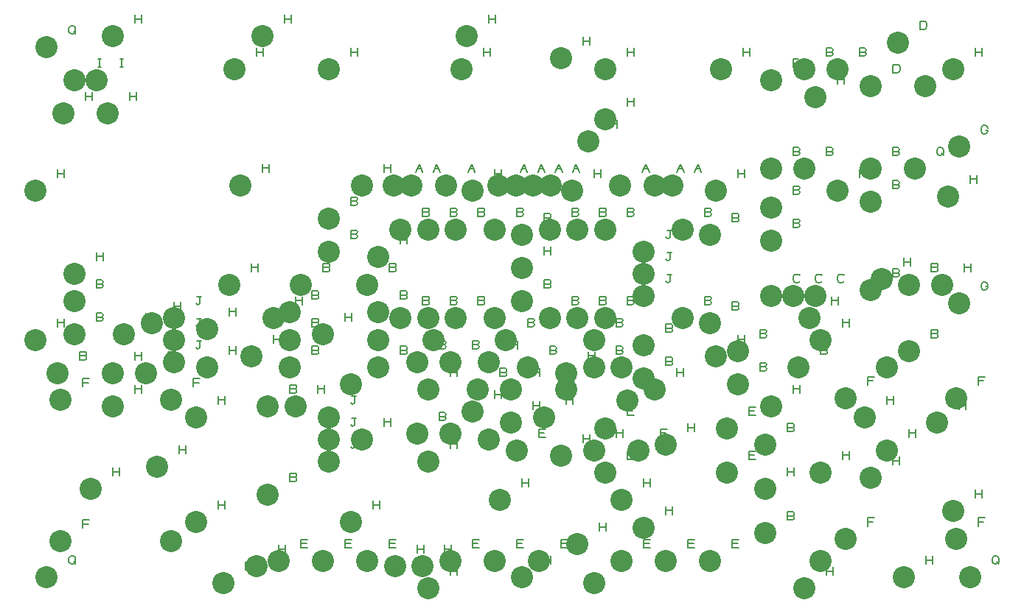
<source format=gbr>
G04 EasyPC Gerber Version 20.0.2 Build 4112 *
G04 #@! TF.Part,Single*
%FSLAX35Y35*%
%MOIN*%
%ADD29C,0.00500*%
G04 #@! TA.AperFunction,ComponentPad*
%ADD76C,0.10000*%
X0Y0D02*
D02*
D29*
X55600Y166187D02*
Y169937D01*
Y168063D02*
X58725D01*
Y166187D02*
Y169937D01*
X55600Y233687D02*
Y237437D01*
Y235563D02*
X58725D01*
Y233687D02*
Y237437D01*
X60600Y59937D02*
Y61187D01*
X60913Y61813*
X61225Y62125*
X61850Y62437*
X62475*
X63100Y62125*
X63413Y61813*
X63725Y61187*
Y59937*
X63413Y59313*
X63100Y59000*
X62475Y58687*
X61850*
X61225Y59000*
X60913Y59313*
X60600Y59937*
X62787Y59625D02*
X63725Y58687D01*
X60600Y299937D02*
Y301187D01*
X60913Y301813*
X61225Y302125*
X61850Y302437*
X62475*
X63100Y302125*
X63413Y301813*
X63725Y301187*
Y299937*
X63413Y299313*
X63100Y299000*
X62475Y298687*
X61850*
X61225Y299000*
X60913Y299313*
X60600Y299937*
X62787Y299625D02*
X63725Y298687D01*
X67787Y153063D02*
X68413Y152750D01*
X68725Y152125*
X68413Y151500*
X67787Y151187*
X65600*
Y154937*
X67787*
X68413Y154625*
X68725Y154000*
X68413Y153375*
X67787Y153063*
X65600*
X66939Y75065D02*
Y78815D01*
X70064*
X69439Y76941D02*
X66939D01*
Y138963D02*
Y142713D01*
X70064*
X69439Y140838D02*
X66939D01*
X68100Y268687D02*
Y272437D01*
Y270563D02*
X71225D01*
Y268687D02*
Y272437D01*
X75287Y170563D02*
X75913Y170250D01*
X76225Y169625*
X75913Y169000*
X75287Y168687*
X73100*
Y172437*
X75287*
X75913Y172125*
X76225Y171500*
X75913Y170875*
X75287Y170563*
X73100*
X75287Y185563D02*
X75913Y185250D01*
X76225Y184625*
X75913Y184000*
X75287Y183687*
X73100*
Y187437*
X75287*
X75913Y187125*
X76225Y186500*
X75913Y185875*
X75287Y185563*
X73100*
Y196187D02*
Y199937D01*
Y198063D02*
X76225D01*
Y196187D02*
Y199937D01*
X74037Y283687D02*
X75287D01*
X74663D02*
Y287437D01*
X74037D02*
X75287D01*
X80600Y98687D02*
Y102437D01*
Y100563D02*
X83725D01*
Y98687D02*
Y102437D01*
X84037Y283687D02*
X85287D01*
X84663D02*
Y287437D01*
X84037D02*
X85287D01*
X88100Y268687D02*
Y272437D01*
Y270563D02*
X91225D01*
Y268687D02*
Y272437D01*
X90600Y136187D02*
Y139937D01*
Y138063D02*
X93725D01*
Y136187D02*
Y139937D01*
X90600Y151187D02*
Y154937D01*
Y153063D02*
X93725D01*
Y151187D02*
Y154937D01*
X90600Y303687D02*
Y307437D01*
Y305563D02*
X93725D01*
Y303687D02*
Y307437D01*
X95600Y168687D02*
Y172437D01*
Y170563D02*
X98725D01*
Y168687D02*
Y172437D01*
X107787Y153063D02*
X108413Y152750D01*
X108725Y152125*
X108413Y151500*
X107787Y151187*
X105600*
Y154937*
X107787*
X108413Y154625*
X108725Y154000*
X108413Y153375*
X107787Y153063*
X105600*
X108100Y173687D02*
Y177437D01*
Y175563D02*
X111225D01*
Y173687D02*
Y177437D01*
X110600Y108687D02*
Y112437D01*
Y110563D02*
X113725D01*
Y108687D02*
Y112437D01*
X116939Y75065D02*
Y78815D01*
X120064*
X119439Y76941D02*
X116939D01*
Y138963D02*
Y142713D01*
X120064*
X119439Y140838D02*
X116939D01*
X118100Y156813D02*
X118413Y156500D01*
X119037Y156187*
X119663Y156500*
X119975Y156813*
Y159937*
X120600*
X119975D02*
X118725D01*
X118100Y166813D02*
X118413Y166500D01*
X119037Y166187*
X119663Y166500*
X119975Y166813*
Y169937*
X120600*
X119975D02*
X118725D01*
X118100Y176813D02*
X118413Y176500D01*
X119037Y176187*
X119663Y176500*
X119975Y176813*
Y179937*
X120600*
X119975D02*
X118725D01*
X128100Y83687D02*
Y87437D01*
Y85563D02*
X131225D01*
Y83687D02*
Y87437D01*
X128100Y131187D02*
Y134937D01*
Y133063D02*
X131225D01*
Y131187D02*
Y134937D01*
X133100Y153687D02*
Y157437D01*
Y155563D02*
X136225D01*
Y153687D02*
Y157437D01*
X133100Y171187D02*
Y174937D01*
Y173063D02*
X136225D01*
Y171187D02*
Y174937D01*
X140600Y56187D02*
Y59937D01*
Y58063D02*
X143725D01*
Y56187D02*
Y59937D01*
X143100Y191187D02*
Y194937D01*
Y193063D02*
X146225D01*
Y191187D02*
Y194937D01*
X145600Y288687D02*
Y292437D01*
Y290563D02*
X148725D01*
Y288687D02*
Y292437D01*
X148100Y236187D02*
Y239937D01*
Y238063D02*
X151225D01*
Y236187D02*
Y239937D01*
X153100Y158687D02*
Y162437D01*
Y160563D02*
X156225D01*
Y158687D02*
Y162437D01*
X155600Y63687D02*
Y67437D01*
Y65563D02*
X158725D01*
Y63687D02*
Y67437D01*
X158100Y303687D02*
Y307437D01*
Y305563D02*
X161225D01*
Y303687D02*
Y307437D01*
X162787Y98063D02*
X163413Y97750D01*
X163725Y97125*
X163413Y96500*
X162787Y96187*
X160600*
Y99937*
X162787*
X163413Y99625*
X163725Y99000*
X163413Y98375*
X162787Y98063*
X160600*
X162787Y138063D02*
X163413Y137750D01*
X163725Y137125*
X163413Y136500*
X162787Y136187*
X160600*
Y139937*
X162787*
X163413Y139625*
X163725Y139000*
X163413Y138375*
X162787Y138063*
X160600*
X163100Y176187D02*
Y179937D01*
Y178063D02*
X166225D01*
Y176187D02*
Y179937D01*
X165600Y66187D02*
Y69937D01*
X168725*
X168100Y68063D02*
X165600D01*
Y66187D02*
X168725D01*
X172787Y155563D02*
X173413Y155250D01*
X173725Y154625*
X173413Y154000*
X172787Y153687*
X170600*
Y157437*
X172787*
X173413Y157125*
X173725Y156500*
X173413Y155875*
X172787Y155563*
X170600*
X172787Y168063D02*
X173413Y167750D01*
X173725Y167125*
X173413Y166500*
X172787Y166187*
X170600*
Y169937*
X172787*
X173413Y169625*
X173725Y169000*
X173413Y168375*
X172787Y168063*
X170600*
X172787Y180563D02*
X173413Y180250D01*
X173725Y179625*
X173413Y179000*
X172787Y178687*
X170600*
Y182437*
X172787*
X173413Y182125*
X173725Y181500*
X173413Y180875*
X172787Y180563*
X170600*
X173100Y136187D02*
Y139937D01*
Y138063D02*
X176225D01*
Y136187D02*
Y139937D01*
X177787Y193063D02*
X178413Y192750D01*
X178725Y192125*
X178413Y191500*
X177787Y191187*
X175600*
Y194937*
X177787*
X178413Y194625*
X178725Y194000*
X178413Y193375*
X177787Y193063*
X175600*
X185600Y66187D02*
Y69937D01*
X188725*
X188100Y68063D02*
X185600D01*
Y66187D02*
X188725D01*
X185600Y168687D02*
Y172437D01*
Y170563D02*
X188725D01*
Y168687D02*
Y172437D01*
X188100Y111813D02*
X188413Y111500D01*
X189037Y111187*
X189663Y111500*
X189975Y111813*
Y114937*
X190600*
X189975D02*
X188725D01*
X188100Y121813D02*
X188413Y121500D01*
X189037Y121187*
X189663Y121500*
X189975Y121813*
Y124937*
X190600*
X189975D02*
X188725D01*
X188100Y131813D02*
X188413Y131500D01*
X189037Y131187*
X189663Y131500*
X189975Y131813*
Y134937*
X190600*
X189975D02*
X188725D01*
X190287Y208063D02*
X190913Y207750D01*
X191225Y207125*
X190913Y206500*
X190287Y206187*
X188100*
Y209937*
X190287*
X190913Y209625*
X191225Y209000*
X190913Y208375*
X190287Y208063*
X188100*
X190287Y223063D02*
X190913Y222750D01*
X191225Y222125*
X190913Y221500*
X190287Y221187*
X188100*
Y224937*
X190287*
X190913Y224625*
X191225Y224000*
X190913Y223375*
X190287Y223063*
X188100*
Y288687D02*
Y292437D01*
Y290563D02*
X191225D01*
Y288687D02*
Y292437D01*
X198100Y83687D02*
Y87437D01*
Y85563D02*
X201225D01*
Y83687D02*
Y87437D01*
X198100Y146187D02*
Y149937D01*
Y148063D02*
X201225D01*
Y146187D02*
Y149937D01*
X203100Y121187D02*
Y124937D01*
Y123063D02*
X206225D01*
Y121187D02*
Y124937D01*
X203100Y236187D02*
Y239937D01*
Y238063D02*
X206225D01*
Y236187D02*
Y239937D01*
X205600Y66187D02*
Y69937D01*
X208725*
X208100Y68063D02*
X205600D01*
Y66187D02*
X208725D01*
X207787Y193063D02*
X208413Y192750D01*
X208725Y192125*
X208413Y191500*
X207787Y191187*
X205600*
Y194937*
X207787*
X208413Y194625*
X208725Y194000*
X208413Y193375*
X207787Y193063*
X205600*
X212787Y155563D02*
X213413Y155250D01*
X213725Y154625*
X213413Y154000*
X212787Y153687*
X210600*
Y157437*
X212787*
X213413Y157125*
X213725Y156500*
X213413Y155875*
X212787Y155563*
X210600*
X212787Y168063D02*
X213413Y167750D01*
X213725Y167125*
X213413Y166500*
X212787Y166187*
X210600*
Y169937*
X212787*
X213413Y169625*
X213725Y169000*
X213413Y168375*
X212787Y168063*
X210600*
X212787Y180563D02*
X213413Y180250D01*
X213725Y179625*
X213413Y179000*
X212787Y178687*
X210600*
Y182437*
X212787*
X213413Y182125*
X213725Y181500*
X213413Y180875*
X212787Y180563*
X210600*
Y203687D02*
Y207437D01*
Y205563D02*
X213725D01*
Y203687D02*
Y207437D01*
X217608Y236187D02*
X219170Y239937D01*
X220733Y236187*
X218233Y237750D02*
X220108D01*
X218100Y63687D02*
Y67437D01*
Y65563D02*
X221225D01*
Y63687D02*
Y67437D01*
X222787Y178063D02*
X223413Y177750D01*
X223725Y177125*
X223413Y176500*
X222787Y176187*
X220600*
Y179937*
X222787*
X223413Y179625*
X223725Y179000*
X223413Y178375*
X222787Y178063*
X220600*
X222787Y218063D02*
X223413Y217750D01*
X223725Y217125*
X223413Y216500*
X222787Y216187*
X220600*
Y219937*
X222787*
X223413Y219625*
X223725Y219000*
X223413Y218375*
X222787Y218063*
X220600*
X225482Y236187D02*
X227044Y239937D01*
X228607Y236187*
X226107Y237750D02*
X227982D01*
X230287Y125563D02*
X230913Y125250D01*
X231225Y124625*
X230913Y124000*
X230287Y123687*
X228100*
Y127437*
X230287*
X230913Y127125*
X231225Y126500*
X230913Y125875*
X230287Y125563*
X228100*
X230287Y158063D02*
X230913Y157750D01*
X231225Y157125*
X230913Y156500*
X230287Y156187*
X228100*
Y159937*
X230287*
X230913Y159625*
X231225Y159000*
X230913Y158375*
X230287Y158063*
X228100*
X230600Y63687D02*
Y67437D01*
Y65563D02*
X233725D01*
Y63687D02*
Y67437D01*
X233100Y53687D02*
Y57437D01*
Y55563D02*
X236225D01*
Y53687D02*
Y57437D01*
X233100Y111187D02*
Y114937D01*
Y113063D02*
X236225D01*
Y111187D02*
Y114937D01*
X233100Y143687D02*
Y147437D01*
Y145563D02*
X236225D01*
Y143687D02*
Y147437D01*
X235287Y178063D02*
X235913Y177750D01*
X236225Y177125*
X235913Y176500*
X235287Y176187*
X233100*
Y179937*
X235287*
X235913Y179625*
X236225Y179000*
X235913Y178375*
X235287Y178063*
X233100*
X235287Y218063D02*
X235913Y217750D01*
X236225Y217125*
X235913Y216500*
X235287Y216187*
X233100*
Y219937*
X235287*
X235913Y219625*
X236225Y219000*
X235913Y218375*
X235287Y218063*
X233100*
X235600Y166187D02*
Y169937D01*
Y168063D02*
X238725D01*
Y166187D02*
Y169937D01*
X241250Y236207D02*
X242812Y239957D01*
X244375Y236207*
X241875Y237770D02*
X243750D01*
X243100Y66187D02*
Y69937D01*
X246225*
X245600Y68063D02*
X243100D01*
Y66187D02*
X246225D01*
X245287Y125563D02*
X245913Y125250D01*
X246225Y124625*
X245913Y124000*
X245287Y123687*
X243100*
Y127437*
X245287*
X245913Y127125*
X246225Y126500*
X245913Y125875*
X245287Y125563*
X243100*
X245287Y158063D02*
X245913Y157750D01*
X246225Y157125*
X245913Y156500*
X245287Y156187*
X243100*
Y159937*
X245287*
X245913Y159625*
X246225Y159000*
X245913Y158375*
X245287Y158063*
X243100*
X247787Y178063D02*
X248413Y177750D01*
X248725Y177125*
X248413Y176500*
X247787Y176187*
X245600*
Y179937*
X247787*
X248413Y179625*
X248725Y179000*
X248413Y178375*
X247787Y178063*
X245600*
X247787Y218063D02*
X248413Y217750D01*
X248725Y217125*
X248413Y216500*
X247787Y216187*
X245600*
Y219937*
X247787*
X248413Y219625*
X248725Y219000*
X248413Y218375*
X247787Y218063*
X245600*
X248100Y288687D02*
Y292437D01*
Y290563D02*
X251225D01*
Y288687D02*
Y292437D01*
X250600Y303687D02*
Y307437D01*
Y305563D02*
X253725D01*
Y303687D02*
Y307437D01*
X253100Y133687D02*
Y137437D01*
Y135563D02*
X256225D01*
Y133687D02*
Y137437D01*
X253100Y233687D02*
Y237437D01*
Y235563D02*
X256225D01*
Y233687D02*
Y237437D01*
X257787Y145563D02*
X258413Y145250D01*
X258725Y144625*
X258413Y144000*
X257787Y143687*
X255600*
Y147437*
X257787*
X258413Y147125*
X258725Y146500*
X258413Y145875*
X257787Y145563*
X255600*
X260600Y121187D02*
Y124937D01*
Y123063D02*
X263725D01*
Y121187D02*
Y124937D01*
X260600Y156187D02*
Y159937D01*
Y158063D02*
X263725D01*
Y156187D02*
Y159937D01*
X263100Y66187D02*
Y69937D01*
X266225*
X265600Y68063D02*
X263100D01*
Y66187D02*
X266225D01*
X265287Y178063D02*
X265913Y177750D01*
X266225Y177125*
X265913Y176500*
X265287Y176187*
X263100*
Y179937*
X265287*
X265913Y179625*
X266225Y179000*
X265913Y178375*
X265287Y178063*
X263100*
X265287Y218063D02*
X265913Y217750D01*
X266225Y217125*
X265913Y216500*
X265287Y216187*
X263100*
Y219937*
X265287*
X265913Y219625*
X266225Y219000*
X265913Y218375*
X265287Y218063*
X263100*
X264872Y236207D02*
X266434Y239957D01*
X267997Y236207*
X265497Y237770D02*
X267372D01*
X265600Y93687D02*
Y97437D01*
Y95563D02*
X268725D01*
Y93687D02*
Y97437D01*
X270287Y168063D02*
X270913Y167750D01*
X271225Y167125*
X270913Y166500*
X270287Y166187*
X268100*
Y169937*
X270287*
X270913Y169625*
X271225Y169000*
X270913Y168375*
X270287Y168063*
X268100*
X270600Y128687D02*
Y132437D01*
Y130563D02*
X273725D01*
Y128687D02*
Y132437D01*
X270600Y143687D02*
Y147437D01*
Y145563D02*
X273725D01*
Y143687D02*
Y147437D01*
X272746Y236207D02*
X274308Y239957D01*
X275871Y236207*
X273371Y237770D02*
X275246D01*
X273100Y116187D02*
Y119937D01*
X276225*
X275600Y118063D02*
X273100D01*
Y116187D02*
X276225D01*
X275600Y58687D02*
Y62437D01*
Y60563D02*
X278725D01*
Y58687D02*
Y62437D01*
X277787Y185563D02*
X278413Y185250D01*
X278725Y184625*
X278413Y184000*
X277787Y183687*
X275600*
Y187437*
X277787*
X278413Y187125*
X278725Y186500*
X278413Y185875*
X277787Y185563*
X275600*
Y198687D02*
Y202437D01*
Y200563D02*
X278725D01*
Y198687D02*
Y202437D01*
X277787Y215563D02*
X278413Y215250D01*
X278725Y214625*
X278413Y214000*
X277787Y213687*
X275600*
Y217437*
X277787*
X278413Y217125*
X278725Y216500*
X278413Y215875*
X277787Y215563*
X275600*
X280287Y155563D02*
X280913Y155250D01*
X281225Y154625*
X280913Y154000*
X280287Y153687*
X278100*
Y157437*
X280287*
X280913Y157125*
X281225Y156500*
X280913Y155875*
X280287Y155563*
X278100*
X280620Y236207D02*
X282182Y239957D01*
X283745Y236207*
X281245Y237770D02*
X283120D01*
X283100Y66187D02*
Y69937D01*
X286225*
X285600Y68063D02*
X283100D01*
Y66187D02*
X286225D01*
X285600Y131187D02*
Y134937D01*
Y133063D02*
X288725D01*
Y131187D02*
Y134937D01*
X290287Y178063D02*
X290913Y177750D01*
X291225Y177125*
X290913Y176500*
X290287Y176187*
X288100*
Y179937*
X290287*
X290913Y179625*
X291225Y179000*
X290913Y178375*
X290287Y178063*
X288100*
X290287Y218063D02*
X290913Y217750D01*
X291225Y217125*
X290913Y216500*
X290287Y216187*
X288100*
Y219937*
X290287*
X290913Y219625*
X291225Y219000*
X290913Y218375*
X290287Y218063*
X288100*
X288494Y236207D02*
X290056Y239957D01*
X291619Y236207*
X289119Y237770D02*
X290994D01*
X293100Y113687D02*
Y117437D01*
Y115563D02*
X296225D01*
Y113687D02*
Y117437D01*
X293100Y293687D02*
Y297437D01*
Y295563D02*
X296225D01*
Y293687D02*
Y297437D01*
X297787Y145563D02*
X298413Y145250D01*
X298725Y144625*
X298413Y144000*
X297787Y143687*
X295600*
Y147437*
X297787*
X298413Y147125*
X298725Y146500*
X298413Y145875*
X297787Y145563*
X295600*
Y151187D02*
Y154937D01*
Y153063D02*
X298725D01*
Y151187D02*
Y154937D01*
X298100Y233687D02*
Y237437D01*
Y235563D02*
X301225D01*
Y233687D02*
Y237437D01*
X300600Y73687D02*
Y77437D01*
Y75563D02*
X303725D01*
Y73687D02*
Y77437D01*
X302787Y178063D02*
X303413Y177750D01*
X303725Y177125*
X303413Y176500*
X302787Y176187*
X300600*
Y179937*
X302787*
X303413Y179625*
X303725Y179000*
X303413Y178375*
X302787Y178063*
X300600*
X302787Y218063D02*
X303413Y217750D01*
X303725Y217125*
X303413Y216500*
X302787Y216187*
X300600*
Y219937*
X302787*
X303413Y219625*
X303725Y219000*
X303413Y218375*
X302787Y218063*
X300600*
X305600Y256187D02*
Y259937D01*
Y258063D02*
X308725D01*
Y256187D02*
Y259937D01*
X308100Y56187D02*
Y59937D01*
Y58063D02*
X311225D01*
Y56187D02*
Y59937D01*
X308100Y116187D02*
Y119937D01*
Y118063D02*
X311225D01*
Y116187D02*
Y119937D01*
X310287Y155563D02*
X310913Y155250D01*
X311225Y154625*
X310913Y154000*
X310287Y153687*
X308100*
Y157437*
X310287*
X310913Y157125*
X311225Y156500*
X310913Y155875*
X310287Y155563*
X308100*
X310287Y168063D02*
X310913Y167750D01*
X311225Y167125*
X310913Y166500*
X310287Y166187*
X308100*
Y169937*
X310287*
X310913Y169625*
X311225Y169000*
X310913Y168375*
X310287Y168063*
X308100*
X313100Y106187D02*
Y109937D01*
X316225*
X315600Y108063D02*
X313100D01*
Y106187D02*
X316225D01*
X313100Y126187D02*
Y129937D01*
X316225*
X315600Y128063D02*
X313100D01*
Y126187D02*
X316225D01*
X315287Y178063D02*
X315913Y177750D01*
X316225Y177125*
X315913Y176500*
X315287Y176187*
X313100*
Y179937*
X315287*
X315913Y179625*
X316225Y179000*
X315913Y178375*
X315287Y178063*
X313100*
X315287Y218063D02*
X315913Y217750D01*
X316225Y217125*
X315913Y216500*
X315287Y216187*
X313100*
Y219937*
X315287*
X315913Y219625*
X316225Y219000*
X315913Y218375*
X315287Y218063*
X313100*
Y266187D02*
Y269937D01*
Y268063D02*
X316225D01*
Y266187D02*
Y269937D01*
X313100Y288687D02*
Y292437D01*
Y290563D02*
X316225D01*
Y288687D02*
Y292437D01*
X319990Y236187D02*
X321552Y239937D01*
X323115Y236187*
X320615Y237750D02*
X322490D01*
X320600Y66187D02*
Y69937D01*
X323725*
X323100Y68063D02*
X320600D01*
Y66187D02*
X323725D01*
X320600Y93687D02*
Y97437D01*
Y95563D02*
X323725D01*
Y93687D02*
Y97437D01*
X320600Y153687D02*
Y157437D01*
Y155563D02*
X323725D01*
Y153687D02*
Y157437D01*
X323100Y138687D02*
Y142437D01*
Y140563D02*
X326225D01*
Y138687D02*
Y142437D01*
X328100Y116187D02*
Y119937D01*
X331225*
X330600Y118063D02*
X328100D01*
Y116187D02*
X331225D01*
X330600Y81187D02*
Y84937D01*
Y83063D02*
X333725D01*
Y81187D02*
Y84937D01*
X332787Y150563D02*
X333413Y150250D01*
X333725Y149625*
X333413Y149000*
X332787Y148687*
X330600*
Y152437*
X332787*
X333413Y152125*
X333725Y151500*
X333413Y150875*
X332787Y150563*
X330600*
X332787Y165563D02*
X333413Y165250D01*
X333725Y164625*
X333413Y164000*
X332787Y163687*
X330600*
Y167437*
X332787*
X333413Y167125*
X333725Y166500*
X333413Y165875*
X332787Y165563*
X330600*
Y186813D02*
X330913Y186500D01*
X331537Y186187*
X332163Y186500*
X332475Y186813*
Y189937*
X333100*
X332475D02*
X331225D01*
X330600Y196813D02*
X330913Y196500D01*
X331537Y196187*
X332163Y196500*
X332475Y196813*
Y199937*
X333100*
X332475D02*
X331225D01*
X330600Y206813D02*
X330913Y206500D01*
X331537Y206187*
X332163Y206500*
X332475Y206813*
Y209937*
X333100*
X332475D02*
X331225D01*
X335600Y143687D02*
Y147437D01*
Y145563D02*
X338725D01*
Y143687D02*
Y147437D01*
X335738Y236187D02*
X337300Y239937D01*
X338863Y236187*
X336363Y237750D02*
X338238D01*
X340600Y66187D02*
Y69937D01*
X343725*
X343100Y68063D02*
X340600D01*
Y66187D02*
X343725D01*
X340600Y118687D02*
Y122437D01*
Y120563D02*
X343725D01*
Y118687D02*
Y122437D01*
X343612Y236187D02*
X345174Y239937D01*
X346737Y236187*
X344237Y237750D02*
X346112D01*
X350287Y178063D02*
X350913Y177750D01*
X351225Y177125*
X350913Y176500*
X350287Y176187*
X348100*
Y179937*
X350287*
X350913Y179625*
X351225Y179000*
X350913Y178375*
X350287Y178063*
X348100*
X350287Y218063D02*
X350913Y217750D01*
X351225Y217125*
X350913Y216500*
X350287Y216187*
X348100*
Y219937*
X350287*
X350913Y219625*
X351225Y219000*
X350913Y218375*
X350287Y218063*
X348100*
X360600Y66187D02*
Y69937D01*
X363725*
X363100Y68063D02*
X360600D01*
Y66187D02*
X363725D01*
X362787Y175563D02*
X363413Y175250D01*
X363725Y174625*
X363413Y174000*
X362787Y173687*
X360600*
Y177437*
X362787*
X363413Y177125*
X363725Y176500*
X363413Y175875*
X362787Y175563*
X360600*
X362787Y215563D02*
X363413Y215250D01*
X363725Y214625*
X363413Y214000*
X362787Y213687*
X360600*
Y217437*
X362787*
X363413Y217125*
X363725Y216500*
X363413Y215875*
X362787Y215563*
X360600*
X363100Y158687D02*
Y162437D01*
Y160563D02*
X366225D01*
Y158687D02*
Y162437D01*
X363100Y233687D02*
Y237437D01*
Y235563D02*
X366225D01*
Y233687D02*
Y237437D01*
X365600Y288687D02*
Y292437D01*
Y290563D02*
X368725D01*
Y288687D02*
Y292437D01*
X368100Y106187D02*
Y109937D01*
X371225*
X370600Y108063D02*
X368100D01*
Y106187D02*
X371225D01*
X368100Y126187D02*
Y129937D01*
X371225*
X370600Y128063D02*
X368100D01*
Y126187D02*
X371225D01*
X375287Y148063D02*
X375913Y147750D01*
X376225Y147125*
X375913Y146500*
X375287Y146187*
X373100*
Y149937*
X375287*
X375913Y149625*
X376225Y149000*
X375913Y148375*
X375287Y148063*
X373100*
X375287Y163063D02*
X375913Y162750D01*
X376225Y162125*
X375913Y161500*
X375287Y161187*
X373100*
Y164937*
X375287*
X375913Y164625*
X376225Y164000*
X375913Y163375*
X375287Y163063*
X373100*
X387787Y80563D02*
X388413Y80250D01*
X388725Y79625*
X388413Y79000*
X387787Y78687*
X385600*
Y82437*
X387787*
X388413Y82125*
X388725Y81500*
X388413Y80875*
X387787Y80563*
X385600*
Y98687D02*
Y102437D01*
Y100563D02*
X388725D01*
Y98687D02*
Y102437D01*
X387787Y120563D02*
X388413Y120250D01*
X388725Y119625*
X388413Y119000*
X387787Y118687*
X385600*
Y122437*
X387787*
X388413Y122125*
X388725Y121500*
X388413Y120875*
X387787Y120563*
X385600*
X388100Y136187D02*
Y139937D01*
Y138063D02*
X391225D01*
Y136187D02*
Y139937D01*
Y186813D02*
X390913Y186500D01*
X390287Y186187*
X389350*
X388725Y186500*
X388413Y186813*
X388100Y187437*
Y188687*
X388413Y189313*
X388725Y189625*
X389350Y189937*
X390287*
X390913Y189625*
X391225Y189313*
X390287Y213063D02*
X390913Y212750D01*
X391225Y212125*
X390913Y211500*
X390287Y211187*
X388100*
Y214937*
X390287*
X390913Y214625*
X391225Y214000*
X390913Y213375*
X390287Y213063*
X388100*
X390287Y228063D02*
X390913Y227750D01*
X391225Y227125*
X390913Y226500*
X390287Y226187*
X388100*
Y229937*
X390287*
X390913Y229625*
X391225Y229000*
X390913Y228375*
X390287Y228063*
X388100*
X390287Y245563D02*
X390913Y245250D01*
X391225Y244625*
X390913Y244000*
X390287Y243687*
X388100*
Y247437*
X390287*
X390913Y247125*
X391225Y246500*
X390913Y245875*
X390287Y245563*
X388100*
X390287Y285563D02*
X390913Y285250D01*
X391225Y284625*
X390913Y284000*
X390287Y283687*
X388100*
Y287437*
X390287*
X390913Y287125*
X391225Y286500*
X390913Y285875*
X390287Y285563*
X388100*
X401225Y186813D02*
X400913Y186500D01*
X400287Y186187*
X399350*
X398725Y186500*
X398413Y186813*
X398100Y187437*
Y188687*
X398413Y189313*
X398725Y189625*
X399350Y189937*
X400287*
X400913Y189625*
X401225Y189313*
X402787Y155563D02*
X403413Y155250D01*
X403725Y154625*
X403413Y154000*
X402787Y153687*
X400600*
Y157437*
X402787*
X403413Y157125*
X403725Y156500*
X403413Y155875*
X402787Y155563*
X400600*
X403100Y53687D02*
Y57437D01*
Y55563D02*
X406225D01*
Y53687D02*
Y57437D01*
X405287Y245563D02*
X405913Y245250D01*
X406225Y244625*
X405913Y244000*
X405287Y243687*
X403100*
Y247437*
X405287*
X405913Y247125*
X406225Y246500*
X405913Y245875*
X405287Y245563*
X403100*
X405287Y290563D02*
X405913Y290250D01*
X406225Y289625*
X405913Y289000*
X405287Y288687*
X403100*
Y292437*
X405287*
X405913Y292125*
X406225Y291500*
X405913Y290875*
X405287Y290563*
X403100*
X405600Y176187D02*
Y179937D01*
Y178063D02*
X408725D01*
Y176187D02*
Y179937D01*
X411225Y186813D02*
X410913Y186500D01*
X410287Y186187*
X409350*
X408725Y186500*
X408413Y186813*
X408100Y187437*
Y188687*
X408413Y189313*
X408725Y189625*
X409350Y189937*
X410287*
X410913Y189625*
X411225Y189313*
X408100Y276187D02*
Y279937D01*
Y278063D02*
X411225D01*
Y276187D02*
Y279937D01*
X410600Y66187D02*
Y69937D01*
Y68063D02*
X413725D01*
Y66187D02*
Y69937D01*
X410600Y106187D02*
Y109937D01*
Y108063D02*
X413725D01*
Y106187D02*
Y109937D01*
X410600Y166187D02*
Y169937D01*
Y168063D02*
X413725D01*
Y166187D02*
Y169937D01*
X418100Y233687D02*
Y237437D01*
Y235563D02*
X421225D01*
Y233687D02*
Y237437D01*
X420287Y290563D02*
X420913Y290250D01*
X421225Y289625*
X420913Y289000*
X420287Y288687*
X418100*
Y292437*
X420287*
X420913Y292125*
X421225Y291500*
X420913Y290875*
X420287Y290563*
X418100*
X421761Y75912D02*
Y79662D01*
X424887*
X424261Y77787D02*
X421761D01*
Y139809D02*
Y143559D01*
X424887*
X424261Y141685D02*
X421761D01*
X430600Y131187D02*
Y134937D01*
Y133063D02*
X433725D01*
Y131187D02*
Y134937D01*
X433100Y103687D02*
Y107437D01*
Y105563D02*
X436225D01*
Y103687D02*
Y107437D01*
X435287Y190563D02*
X435913Y190250D01*
X436225Y189625*
X435913Y189000*
X435287Y188687*
X433100*
Y192437*
X435287*
X435913Y192125*
X436225Y191500*
X435913Y190875*
X435287Y190563*
X433100*
X435287Y230563D02*
X435913Y230250D01*
X436225Y229625*
X435913Y229000*
X435287Y228687*
X433100*
Y232437*
X435287*
X435913Y232125*
X436225Y231500*
X435913Y230875*
X435287Y230563*
X433100*
X435287Y245563D02*
X435913Y245250D01*
X436225Y244625*
X435913Y244000*
X435287Y243687*
X433100*
Y247437*
X435287*
X435913Y247125*
X436225Y246500*
X435913Y245875*
X435287Y245563*
X433100*
X433376Y281187D02*
Y284937D01*
X435251*
X435876Y284625*
X436188Y284313*
X436501Y283687*
Y282437*
X436188Y281813*
X435876Y281500*
X435251Y281187*
X433376*
X438100Y193687D02*
Y197437D01*
Y195563D02*
X441225D01*
Y193687D02*
Y197437D01*
X440600Y116187D02*
Y119937D01*
Y118063D02*
X443725D01*
Y116187D02*
Y119937D01*
X442787Y155563D02*
X443413Y155250D01*
X443725Y154625*
X443413Y154000*
X442787Y153687*
X440600*
Y157437*
X442787*
X443413Y157125*
X443725Y156500*
X443413Y155875*
X442787Y155563*
X440600*
X445580Y300872D02*
Y304622D01*
X447456*
X448080Y304310*
X448393Y303998*
X448706Y303372*
Y302122*
X448393Y301498*
X448080Y301185*
X447456Y300872*
X445580*
X448100Y58687D02*
Y62437D01*
Y60563D02*
X451225D01*
Y58687D02*
Y62437D01*
X452787Y163063D02*
X453413Y162750D01*
X453725Y162125*
X453413Y161500*
X452787Y161187*
X450600*
Y164937*
X452787*
X453413Y164625*
X453725Y164000*
X453413Y163375*
X452787Y163063*
X450600*
X452787Y193063D02*
X453413Y192750D01*
X453725Y192125*
X453413Y191500*
X452787Y191187*
X450600*
Y194937*
X452787*
X453413Y194625*
X453725Y194000*
X453413Y193375*
X452787Y193063*
X450600*
X453100Y244937D02*
Y246187D01*
X453413Y246813*
X453725Y247125*
X454350Y247437*
X454975*
X455600Y247125*
X455913Y246813*
X456225Y246187*
Y244937*
X455913Y244313*
X455600Y244000*
X454975Y243687*
X454350*
X453725Y244000*
X453413Y244313*
X453100Y244937*
X455287Y244625D02*
X456225Y243687D01*
X457785Y281187D02*
Y284937D01*
X459660*
X460285Y284625*
X460598Y284313*
X460910Y283687*
Y282437*
X460598Y281813*
X460285Y281500*
X459660Y281187*
X457785*
X463100Y128687D02*
Y132437D01*
Y130563D02*
X466225D01*
Y128687D02*
Y132437D01*
X465600Y191187D02*
Y194937D01*
Y193063D02*
X468725D01*
Y191187D02*
Y194937D01*
X468100Y231187D02*
Y234937D01*
Y233063D02*
X471225D01*
Y231187D02*
Y234937D01*
X470600Y88687D02*
Y92437D01*
Y90563D02*
X473725D01*
Y88687D02*
Y92437D01*
X470600Y288687D02*
Y292437D01*
Y290563D02*
X473725D01*
Y288687D02*
Y292437D01*
X471761Y75912D02*
Y79662D01*
X474887*
X474261Y77787D02*
X471761D01*
Y139809D02*
Y143559D01*
X474887*
X474261Y141685D02*
X471761D01*
X475287Y184300D02*
X476225D01*
Y183987*
X475913Y183362*
X475600Y183050*
X474975Y182737*
X474350*
X473725Y183050*
X473413Y183362*
X473100Y183987*
Y185237*
X473413Y185862*
X473725Y186175*
X474350Y186487*
X474975*
X475600Y186175*
X475913Y185862*
X476225Y185237*
X475287Y255126D02*
X476225D01*
Y254813*
X475913Y254188*
X475600Y253876*
X474975Y253563*
X474350*
X473725Y253876*
X473413Y254188*
X473100Y254813*
Y256063*
X473413Y256688*
X473725Y257001*
X474350Y257313*
X474975*
X475600Y257001*
X475913Y256688*
X476225Y256063*
X478100Y59937D02*
Y61187D01*
X478413Y61813*
X478725Y62125*
X479350Y62437*
X479975*
X480600Y62125*
X480913Y61813*
X481225Y61187*
Y59937*
X480913Y59313*
X480600Y59000*
X479975Y58687*
X479350*
X478725Y59000*
X478413Y59313*
X478100Y59937*
X480287Y59625D02*
X481225Y58687D01*
D02*
D76*
X45600Y160250D03*
Y227750D03*
X50600Y52750D03*
Y292750D03*
X55600Y145250D03*
X56939Y69128D03*
Y133026D03*
X58100Y262750D03*
X63100Y162750D03*
Y177750D03*
Y190250D03*
Y277750D03*
X70600Y92750D03*
X73100Y277750D03*
X78100Y262750D03*
X80600Y130250D03*
Y145250D03*
Y297750D03*
X85600Y162750D03*
X95600Y145250D03*
X98100Y167750D03*
X100600Y102750D03*
X106939Y69128D03*
Y133026D03*
X108100Y150250D03*
Y160250D03*
Y170250D03*
X118100Y77750D03*
Y125250D03*
X123100Y147750D03*
Y165250D03*
X130600Y50250D03*
X133100Y185250D03*
X135600Y282750D03*
X138100Y230250D03*
X143100Y152750D03*
X145600Y57750D03*
X148100Y297750D03*
X150600Y90250D03*
Y130250D03*
X153100Y170250D03*
X155600Y60250D03*
X160600Y147750D03*
Y160250D03*
Y172750D03*
X163100Y130250D03*
X165600Y185250D03*
X175600Y60250D03*
Y162750D03*
X178100Y105250D03*
Y115250D03*
Y125250D03*
Y200250D03*
Y215250D03*
Y282750D03*
X188100Y77750D03*
Y140250D03*
X193100Y115250D03*
Y230250D03*
X195600Y60250D03*
Y185250D03*
X200600Y147750D03*
Y160250D03*
Y172750D03*
Y197750D03*
X207608Y230250D03*
X208100Y57750D03*
X210600Y170250D03*
Y210250D03*
X215482Y230250D03*
X218100Y117750D03*
Y150250D03*
X220600Y57750D03*
X223100Y47750D03*
Y105250D03*
Y137750D03*
Y170250D03*
Y210250D03*
X225600Y160250D03*
X231250Y230270D03*
X233100Y60250D03*
Y117750D03*
Y150250D03*
X235600Y170250D03*
Y210250D03*
X238100Y282750D03*
X240600Y297750D03*
X243100Y127750D03*
Y227750D03*
X245600Y137750D03*
X250600Y115250D03*
Y150250D03*
X253100Y60250D03*
Y170250D03*
Y210250D03*
X254872Y230270D03*
X255600Y87750D03*
X258100Y160250D03*
X260600Y122750D03*
Y137750D03*
X262746Y230270D03*
X263100Y110250D03*
X265600Y52750D03*
Y177750D03*
Y192750D03*
Y207750D03*
X268100Y147750D03*
X270620Y230270D03*
X273100Y60250D03*
X275600Y125250D03*
X278100Y170250D03*
Y210250D03*
X278494Y230270D03*
X283100Y107750D03*
Y287750D03*
X285600Y137750D03*
Y145250D03*
X288100Y227750D03*
X290600Y67750D03*
Y170250D03*
Y210250D03*
X295600Y250250D03*
X298100Y50250D03*
Y110250D03*
Y147750D03*
Y160250D03*
X303100Y100250D03*
Y120250D03*
Y170250D03*
Y210250D03*
Y260250D03*
Y282750D03*
X309990Y230250D03*
X310600Y60250D03*
Y87750D03*
Y147750D03*
X313100Y132750D03*
X318100Y110250D03*
X320600Y75250D03*
Y142750D03*
Y157750D03*
Y180250D03*
Y190250D03*
Y200250D03*
X325600Y137750D03*
X325738Y230250D03*
X330600Y60250D03*
Y112750D03*
X333612Y230250D03*
X338100Y170250D03*
Y210250D03*
X350600Y60250D03*
Y167750D03*
Y207750D03*
X353100Y152750D03*
Y227750D03*
X355600Y282750D03*
X358100Y100250D03*
Y120250D03*
X363100Y140250D03*
Y155250D03*
X375600Y72750D03*
Y92750D03*
Y112750D03*
X378100Y130250D03*
Y180250D03*
Y205250D03*
Y220250D03*
Y237750D03*
Y277750D03*
X388100Y180250D03*
X390600Y147750D03*
X393100Y47750D03*
Y237750D03*
Y282750D03*
X395600Y170250D03*
X398100Y180250D03*
Y270250D03*
X400600Y60250D03*
Y100250D03*
Y160250D03*
X408100Y227750D03*
Y282750D03*
X411761Y69974D03*
Y133872D03*
X420600Y125250D03*
X423100Y97750D03*
Y182750D03*
Y222750D03*
Y237750D03*
X423376Y275250D03*
X428100Y187750D03*
X430600Y110250D03*
Y147750D03*
X435580Y294935D03*
X438100Y52750D03*
X440600Y155250D03*
Y185250D03*
X443100Y237750D03*
X447785Y275250D03*
X453100Y122750D03*
X455600Y185250D03*
X458100Y225250D03*
X460600Y82750D03*
Y282750D03*
X461761Y69974D03*
Y133872D03*
X463100Y176800D03*
Y247626D03*
X468100Y52750D03*
X0Y0D02*
M02*

</source>
